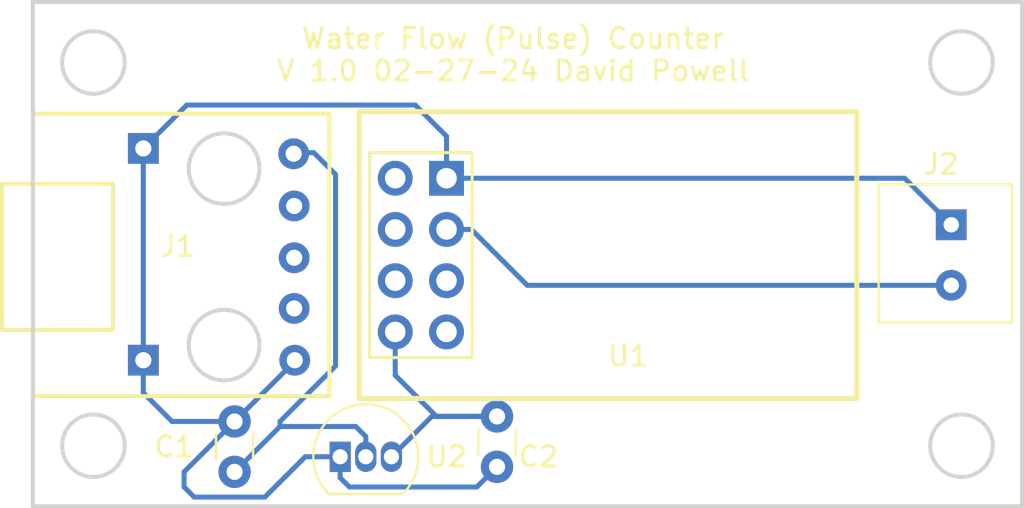
<source format=kicad_pcb>
(kicad_pcb (version 20211014) (generator pcbnew)
  (layers (0 "F.Cu" signal) (31 "B.Cu" signal) (36 "B.SilkS" user "B.Silkscreen") (37 "F.SilkS" user "F.Silkscreen") (38 "B.Mask" user) (39 "F.Mask" user) (44 "Edge.Cuts" user))
  (net 0 "")
  (net 1 "Net-(U2-Pad2)")
  (net 5 "Earth")
  (net 6 "Net-(J2-Pad2)")
  (net 12 "Net-(U1-Pad8)")
  (footprint "Capacitor_THT:C_Disc_D3.0mm_W1.6mm_P2.50mm" (layer "F.Cu") (at 147.9924 120.5476 -90)
    (fp_text reference "C2" (at 2 -2.05 180) (layer "F.SilkS"))
    (fp_text value "0.1")
    (fp_line (start 0.621 0.92) (end 1.879 0.92) (layer "F.SilkS") (width 0.12))
    (fp_line (start 0.621 -0.92) (end 1.879 -0.92) (layer "F.SilkS") (width 0.12))
    (pad "1" thru_hole circle (at 0 0 270) (size 1.6 1.6) (drill 0.8) (layers *.Cu *.Mask) (net 12 "Net-(U1-Pad8)"))
    (pad "2" thru_hole circle (at 2.5 0 270) (size 1.6 1.6) (drill 0.8) (layers *.Cu *.Mask) (net 5 "Earth"))
  )
  (footprint "ESP8266:ESP8266-01s" (layer "F.Cu") (at 142.9514 108.7376)
    (fp_text reference "U1" (at 11.541 8.81) (layer "F.SilkS"))
    (fp_text value "ESP8266-01s")
    (fp_line (start -1.778 10.922) (end -1.778 -3.302) (layer "F.SilkS") (width 0.254))
    (fp_line (start -1.778 -3.302) (end 22.86 -3.302) (layer "F.SilkS") (width 0.254))
    (fp_line (start 22.86 10.922) (end -1.778 10.922) (layer "F.SilkS") (width 0.254))
    (fp_line (start 3.81 -1.27) (end 1.27 -1.27) (layer "F.SilkS") (width 0.1524))
    (fp_line (start 3.81 8.89) (end 3.81 -1.27) (layer "F.SilkS") (width 0.1524))
    (fp_line (start -1.27 1.27) (end -1.27 8.89) (layer "F.SilkS") (width 0.1524))
    (fp_line (start 1.27 -1.27) (end -1.27 -1.27) (layer "F.SilkS") (width 0.1524))
    (fp_line (start 22.86 -3.302) (end 22.86 10.922) (layer "F.SilkS") (width 0.254))
    (fp_line (start -1.27 -1.27) (end -1.27 1.27) (layer "F.SilkS") (width 0.1524))
    (fp_line (start -1.27 8.89) (end 3.81 8.89) (layer "F.SilkS") (width 0.1524))
    (pad "1" thru_hole rect (at 2.54 0) (size 1.7272 1.7272) (drill 1.016) (layers *.Cu *.Mask) (net 5 "Earth"))
    (pad "2" thru_hole oval (at 0 0) (size 1.7272 1.7272) (drill 1.016) (layers *.Cu *.Mask))
    (pad "3" thru_hole oval (at 2.54 2.54) (size 1.7272 1.7272) (drill 1.016) (layers *.Cu *.Mask) (net 6 "Net-(J2-Pad2)"))
    (pad "4" thru_hole oval (at 0 2.54) (size 1.7272 1.7272) (drill 1.016) (layers *.Cu *.Mask))
    (pad "5" thru_hole oval (at 2.54 5.08) (size 1.7272 1.7272) (drill 1.016) (layers *.Cu *.Mask))
    (pad "6" thru_hole oval (at 0 5.08) (size 1.7272 1.7272) (drill 1.016) (layers *.Cu *.Mask))
    (pad "7" thru_hole oval (at 2.54 7.62) (size 1.7272 1.7272) (drill 1.016) (layers *.Cu *.Mask))
    (pad "8" thru_hole oval (at 0 7.62) (size 1.7272 1.7272) (drill 1.016) (layers *.Cu *.Mask) (net 12 "Net-(U1-Pad8)"))
  )
  (footprint "TerminalBlock:Screw Terminal Block P3mm W685 H660" (layer "F.Cu") (at 170.4924 111.0476 -90)
    (fp_text reference "J2" (at -3 0.5 unlocked) (layer "F.SilkS"))
    (fp_text value "Screw_Terminal_01x02")
    (fp_rect (start -2 -3) (end 4.85 3.6) (layer "F.SilkS") (width 0.12) (fill none))
    (pad "1" thru_hole rect (at 0 0 270) (size 1.524 1.524) (drill 0.762) (layers *.Cu *.Mask) (net 5 "Earth"))
    (pad "2" thru_hole circle (at 3 0 270) (size 1.524 1.524) (drill 0.762) (layers *.Cu *.Mask) (net 6 "Net-(J2-Pad2)"))
  )
  (footprint "Package_TO_SOT_THT:TO-92_Inline" (layer "F.Cu") (at 140.2224 122.5476)
    (fp_text reference "U2" (at 5.27 0) (layer "F.SilkS"))
    (fp_text value "MCP1700x-330xxTO" hide)
    (fp_line (start -0.53 1.85) (end 3.07 1.85) (layer "F.SilkS") (width 0.12))
    (fp_arc (start 1.27 -2.6) (mid 3.672087 -0.994977) (end 3.108478 1.838478) (layer "F.SilkS") (width 0.12))
    (fp_arc (start -0.568478 1.838478) (mid -1.132087 -0.994977) (end 1.27 -2.6) (layer "F.SilkS") (width 0.12))
    (pad "1" thru_hole rect (at 0 0) (size 1.05 1.5) (drill 0.75) (layers *.Cu *.Mask) (net 5 "Earth"))
    (pad "2" thru_hole oval (at 1.27 0) (size 1.05 1.5) (drill 0.75) (layers *.Cu *.Mask) (net 1 "Net-(U2-Pad2)"))
    (pad "3" thru_hole oval (at 2.54 0) (size 1.05 1.5) (drill 0.75) (layers *.Cu *.Mask) (net 12 "Net-(U1-Pad8)"))
  )
  (footprint "Capacitor_THT:C_Disc_D3.0mm_W1.6mm_P2.50mm" (layer "F.Cu") (at 134.9924 123.2976 90)
    (fp_text reference "C1" (at 1.25 -3 180) (layer "F.SilkS"))
    (fp_text value "0.1")
    (fp_line (start 0.621 -0.92) (end 1.879 -0.92) (layer "F.SilkS") (width 0.12))
    (fp_line (start 0.621 0.92) (end 1.879 0.92) (layer "F.SilkS") (width 0.12))
    (pad "1" thru_hole circle (at 0 0 90) (size 1.6 1.6) (drill 0.8) (layers *.Cu *.Mask) (net 1 "Net-(U2-Pad2)"))
    (pad "2" thru_hole circle (at 2.5 0 90) (size 1.6 1.6) (drill 0.8) (layers *.Cu *.Mask) (net 5 "Earth"))
  )
  (footprint "Connector_USB:HW-769 Mini USB Socket Board" (layer "F.Cu") (at 139.7226 119.5116)
    (fp_text reference "J1" (at -7.55 -7.41 unlocked) (layer "F.SilkS"))
    (fp_text value "USB_B_Micro" hide)
    (fp_rect (start -14.732 -13.97) (end -0.032 0.03) (layer "F.SilkS") (width 0.2) (fill none))
    (fp_rect (start -16.25 -10.5) (end -10.75 -3.25) (layer "F.SilkS") (width 0.2) (fill none))
    (fp_circle (center -5.25 -2.5) (end -3.5 -2.5) (layer "Edge.Cuts") (width 0.2) (fill none))
    (fp_circle (center -5.25 -11.25) (end -3.5 -11.25) (layer "Edge.Cuts") (width 0.2) (fill none))
    (pad "1" thru_hole circle (at -1.8034 -11.9888) (size 1.524 1.524) (drill 0.8) (layers *.Cu *.Mask) (net 1 "Net-(U2-Pad2)"))
    (pad "2" thru_hole circle (at -1.778 -9.398) (size 1.524 1.524) (drill 0.8) (layers *.Cu *.Mask))
    (pad "3" thru_hole circle (at -1.778 -6.83) (size 1.524 1.524) (drill 0.8) (layers *.Cu *.Mask))
    (pad "4" thru_hole circle (at -1.778 -4.318) (size 1.524 1.524) (drill 0.8) (layers *.Cu *.Mask))
    (pad "5" thru_hole circle (at -1.75 -1.75) (size 1.524 1.524) (drill 0.8) (layers *.Cu *.Mask) (net 5 "Earth"))
    (pad "6" thru_hole rect (at -9.25 -1.75) (size 1.524 1.524) (drill 0.8) (layers *.Cu *.Mask) (net 5 "Earth"))
    (pad "7" thru_hole rect (at -9.25 -12.25) (size 1.524 1.524) (drill 0.8) (layers *.Cu *.Mask) (net 5 "Earth"))
  )
  (gr_circle (center 171 103) (end 172.55 103) (layer "Edge.Cuts") (width 0.2) (fill none))
  (gr_rect (start 125 100) (end 174 125) (layer "Edge.Cuts") (width 0.2) (fill none))
  (gr_circle (center 128 122) (end 129.55 122) (layer "Edge.Cuts") (width 0.2) (fill none))
  (gr_circle (center 171 122) (end 172.55 122) (layer "Edge.Cuts") (width 0.2) (fill none))
  (gr_circle (center 128 103) (end 129.55 103) (layer "Edge.Cuts") (width 0.2) (fill none))
  (gr_text "Water Flow (Pulse) Counter\nV 1.0 02-27-24 David Powell" (at 148.7846 102.6112) (layer "F.SilkS") (effects (font (size 1 1))))
  (segment (start 137.2424 120.7976) (end 139.9924 118.0476) (width 0.25) (layer "B.Cu") (net 1))
  (segment (start 139.9924 118.0476) (end 139.9924 108.5476) (width 0.25) (layer "B.Cu") (net 1))
  (segment (start 141.4924 121.5476) (end 141.4924 122.5476) (width 0.25) (layer "B.Cu") (net 1))
  (segment (start 137.2424 121.0476) (end 137.2424 120.7976) (width 0.25) (layer "B.Cu") (net 1))
  (segment (start 137.2424 121.0476) (end 140.9924 121.0476) (width 0.25) (layer "B.Cu") (net 1))
  (segment (start 134.9924 123.2976) (end 137.2424 121.0476) (width 0.25) (layer "B.Cu") (net 1))
  (segment (start 139.9924 108.5476) (end 138.9136 107.4688) (width 0.25) (layer "B.Cu") (net 1))
  (segment (start 138.9136 107.4688) (end 137.739 107.4688) (width 0.25) (layer "B.Cu") (net 1))
  (segment (start 140.9924 121.0476) (end 141.4924 121.5476) (width 0.25) (layer "B.Cu") (net 1))
  (segment (start 130.4726 119.3772) (end 130.4726 117.7616) (width 0.25) (layer "B.Cu") (net 5))
  (segment (start 134.9924 120.7976) (end 137.7924 117.9976) (width 0.25) (layer "B.Cu") (net 5))
  (segment (start 132.4924 123.2976) (end 134.9924 120.7976) (width 0.25) (layer "B.Cu") (net 5))
  (segment (start 145.4914 106.6592) (end 145.4914 108.7376) (width 0.25) (layer "B.Cu") (net 5))
  (segment (start 130.4726 107.2616) (end 132.6256 105.1086) (width 0.25) (layer "B.Cu") (net 5))
  (segment (start 136.4924 124.5476) (end 132.9924 124.5476) (width 0.25) (layer "B.Cu") (net 5))
  (segment (start 132.6256 105.1086) (end 143.9408 105.1086) (width 0.25) (layer "B.Cu") (net 5))
  (segment (start 132.9924 124.5476) (end 132.4924 124.0476) (width 0.25) (layer "B.Cu") (net 5))
  (segment (start 140.6808 124.0476) (end 140.2224 123.5892) (width 0.25) (layer "B.Cu") (net 5))
  (segment (start 168.1824 108.7376) (end 170.4924 111.0476) (width 0.25) (layer "B.Cu") (net 5))
  (segment (start 147.9924 123.0476) (end 146.9924 124.0476) (width 0.25) (layer "B.Cu") (net 5))
  (segment (start 134.9924 120.7976) (end 131.893 120.7976) (width 0.25) (layer "B.Cu") (net 5))
  (segment (start 140.2224 123.5892) (end 140.2224 122.5476) (width 0.25) (layer "B.Cu") (net 5))
  (segment (start 131.893 120.7976) (end 130.4726 119.3772) (width 0.25) (layer "B.Cu") (net 5))
  (segment (start 140.2224 122.5476) (end 138.4924 122.5476) (width 0.25) (layer "B.Cu") (net 5))
  (segment (start 138.4924 122.5476) (end 136.4924 124.5476) (width 0.25) (layer "B.Cu") (net 5))
  (segment (start 143.9408 105.1086) (end 145.4914 106.6592) (width 0.25) (layer "B.Cu") (net 5))
  (segment (start 146.9924 124.0476) (end 140.6808 124.0476) (width 0.25) (layer "B.Cu") (net 5))
  (segment (start 137.7924 117.9976) (end 137.7924 117.7076) (width 0.25) (layer "B.Cu") (net 5))
  (segment (start 130.4726 107.2616) (end 130.4726 117.7616) (width 0.25) (layer "B.Cu") (net 5))
  (segment (start 145.4914 108.7376) (end 168.1824 108.7376) (width 0.25) (layer "B.Cu") (net 5))
  (segment (start 132.4924 124.0476) (end 132.4924 123.2976) (width 0.25) (layer "B.Cu") (net 5))
  (segment (start 149.4924 114.0476) (end 170.4924 114.0476) (width 0.25) (layer "B.Cu") (net 6))
  (segment (start 146.7224 111.2776) (end 149.4924 114.0476) (width 0.25) (layer "B.Cu") (net 6))
  (segment (start 145.4914 111.2776) (end 146.7224 111.2776) (width 0.25) (layer "B.Cu") (net 6))
  (segment (start 144.7624 120.5476) (end 142.7624 122.5476) (width 0.25) (layer "B.Cu") (net 12))
  (segment (start 147.9924 120.5476) (end 144.9924 120.5476) (width 0.25) (layer "B.Cu") (net 12))
  (segment (start 144.9924 120.5476) (end 142.9514 118.5066) (width 0.25) (layer "B.Cu") (net 12))
  (segment (start 147.9924 120.5476) (end 144.7624 120.5476) (width 0.25) (layer "B.Cu") (net 12))
  (segment (start 142.9514 118.5066) (end 142.9514 116.3576) (width 0.25) (layer "B.Cu") (net 12))
)
</source>
